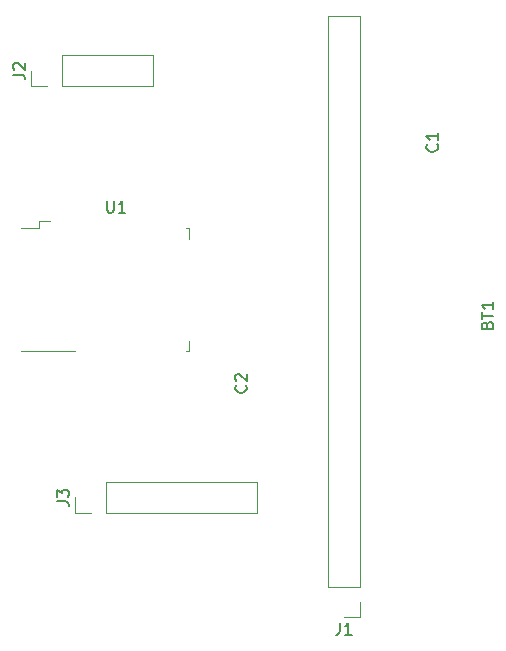
<source format=gbr>
G04 #@! TF.GenerationSoftware,KiCad,Pcbnew,5.1.5+dfsg1-2*
G04 #@! TF.CreationDate,2020-01-23T00:33:11+02:00*
G04 #@! TF.ProjectId,nrf52-mesh,6e726635-322d-46d6-9573-682e6b696361,rev?*
G04 #@! TF.SameCoordinates,Original*
G04 #@! TF.FileFunction,Legend,Top*
G04 #@! TF.FilePolarity,Positive*
%FSLAX46Y46*%
G04 Gerber Fmt 4.6, Leading zero omitted, Abs format (unit mm)*
G04 Created by KiCad (PCBNEW 5.1.5+dfsg1-2) date 2020-01-23 00:33:11*
%MOMM*%
%LPD*%
G04 APERTURE LIST*
%ADD10C,0.120000*%
%ADD11C,0.150000*%
G04 APERTURE END LIST*
D10*
X195453000Y-84455000D02*
X195453000Y-83566000D01*
X195199000Y-74041000D02*
X195453000Y-74041000D01*
X195453000Y-74041000D02*
X195453000Y-74930000D01*
X195453000Y-84455000D02*
X195199000Y-84455000D01*
X181229000Y-74041000D02*
X182753000Y-74041000D01*
X182753000Y-74041000D02*
X182753000Y-73406000D01*
X182753000Y-73406000D02*
X183642000Y-73406000D01*
X185801000Y-84455000D02*
X181229000Y-84455000D01*
X185790000Y-98160000D02*
X185790000Y-96830000D01*
X187120000Y-98160000D02*
X185790000Y-98160000D01*
X188390000Y-98160000D02*
X188390000Y-95500000D01*
X188390000Y-95500000D02*
X201150000Y-95500000D01*
X188390000Y-98160000D02*
X201150000Y-98160000D01*
X201150000Y-98160000D02*
X201150000Y-95500000D01*
X182058000Y-62036000D02*
X182058000Y-60706000D01*
X183388000Y-62036000D02*
X182058000Y-62036000D01*
X184658000Y-62036000D02*
X184658000Y-59376000D01*
X184658000Y-59376000D02*
X192338000Y-59376000D01*
X184658000Y-62036000D02*
X192338000Y-62036000D01*
X192338000Y-62036000D02*
X192338000Y-59376000D01*
X209864000Y-106994000D02*
X208534000Y-106994000D01*
X209864000Y-105664000D02*
X209864000Y-106994000D01*
X209864000Y-104394000D02*
X207204000Y-104394000D01*
X207204000Y-104394000D02*
X207204000Y-56074000D01*
X209864000Y-104394000D02*
X209864000Y-56074000D01*
X209864000Y-56074000D02*
X207204000Y-56074000D01*
D11*
X216422143Y-66931665D02*
X216469762Y-66979284D01*
X216517381Y-67122141D01*
X216517381Y-67217379D01*
X216469762Y-67360237D01*
X216374524Y-67455475D01*
X216279286Y-67503094D01*
X216088810Y-67550713D01*
X215945953Y-67550713D01*
X215755477Y-67503094D01*
X215660239Y-67455475D01*
X215565001Y-67360237D01*
X215517381Y-67217379D01*
X215517381Y-67122141D01*
X215565001Y-66979284D01*
X215612620Y-66931665D01*
X216517381Y-65979284D02*
X216517381Y-66550713D01*
X216517381Y-66264999D02*
X215517381Y-66264999D01*
X215660239Y-66360237D01*
X215755477Y-66455475D01*
X215803096Y-66550713D01*
X220668571Y-82245714D02*
X220716190Y-82102857D01*
X220763809Y-82055238D01*
X220859047Y-82007619D01*
X221001904Y-82007619D01*
X221097142Y-82055238D01*
X221144761Y-82102857D01*
X221192380Y-82198095D01*
X221192380Y-82579047D01*
X220192380Y-82579047D01*
X220192380Y-82245714D01*
X220240000Y-82150476D01*
X220287619Y-82102857D01*
X220382857Y-82055238D01*
X220478095Y-82055238D01*
X220573333Y-82102857D01*
X220620952Y-82150476D01*
X220668571Y-82245714D01*
X220668571Y-82579047D01*
X220192380Y-81721904D02*
X220192380Y-81150476D01*
X221192380Y-81436190D02*
X220192380Y-81436190D01*
X221192380Y-80293333D02*
X221192380Y-80864761D01*
X221192380Y-80579047D02*
X220192380Y-80579047D01*
X220335238Y-80674285D01*
X220430476Y-80769523D01*
X220478095Y-80864761D01*
X188468095Y-71715380D02*
X188468095Y-72524904D01*
X188515714Y-72620142D01*
X188563333Y-72667761D01*
X188658571Y-72715380D01*
X188849047Y-72715380D01*
X188944285Y-72667761D01*
X188991904Y-72620142D01*
X189039523Y-72524904D01*
X189039523Y-71715380D01*
X190039523Y-72715380D02*
X189468095Y-72715380D01*
X189753809Y-72715380D02*
X189753809Y-71715380D01*
X189658571Y-71858238D01*
X189563333Y-71953476D01*
X189468095Y-72001095D01*
X184242380Y-97163333D02*
X184956666Y-97163333D01*
X185099523Y-97210952D01*
X185194761Y-97306190D01*
X185242380Y-97449047D01*
X185242380Y-97544285D01*
X184242380Y-96782380D02*
X184242380Y-96163333D01*
X184623333Y-96496666D01*
X184623333Y-96353809D01*
X184670952Y-96258571D01*
X184718571Y-96210952D01*
X184813809Y-96163333D01*
X185051904Y-96163333D01*
X185147142Y-96210952D01*
X185194761Y-96258571D01*
X185242380Y-96353809D01*
X185242380Y-96639523D01*
X185194761Y-96734761D01*
X185147142Y-96782380D01*
X180510380Y-61039333D02*
X181224666Y-61039333D01*
X181367523Y-61086952D01*
X181462761Y-61182190D01*
X181510380Y-61325047D01*
X181510380Y-61420285D01*
X180605619Y-60610761D02*
X180558000Y-60563142D01*
X180510380Y-60467904D01*
X180510380Y-60229809D01*
X180558000Y-60134571D01*
X180605619Y-60086952D01*
X180700857Y-60039333D01*
X180796095Y-60039333D01*
X180938952Y-60086952D01*
X181510380Y-60658380D01*
X181510380Y-60039333D01*
X208200666Y-107446380D02*
X208200666Y-108160666D01*
X208153047Y-108303523D01*
X208057809Y-108398761D01*
X207914952Y-108446380D01*
X207819714Y-108446380D01*
X209200666Y-108446380D02*
X208629238Y-108446380D01*
X208914952Y-108446380D02*
X208914952Y-107446380D01*
X208819714Y-107589238D01*
X208724476Y-107684476D01*
X208629238Y-107732095D01*
X200227142Y-87336666D02*
X200274761Y-87384285D01*
X200322380Y-87527142D01*
X200322380Y-87622380D01*
X200274761Y-87765238D01*
X200179523Y-87860476D01*
X200084285Y-87908095D01*
X199893809Y-87955714D01*
X199750952Y-87955714D01*
X199560476Y-87908095D01*
X199465238Y-87860476D01*
X199370000Y-87765238D01*
X199322380Y-87622380D01*
X199322380Y-87527142D01*
X199370000Y-87384285D01*
X199417619Y-87336666D01*
X199417619Y-86955714D02*
X199370000Y-86908095D01*
X199322380Y-86812857D01*
X199322380Y-86574761D01*
X199370000Y-86479523D01*
X199417619Y-86431904D01*
X199512857Y-86384285D01*
X199608095Y-86384285D01*
X199750952Y-86431904D01*
X200322380Y-87003333D01*
X200322380Y-86384285D01*
M02*

</source>
